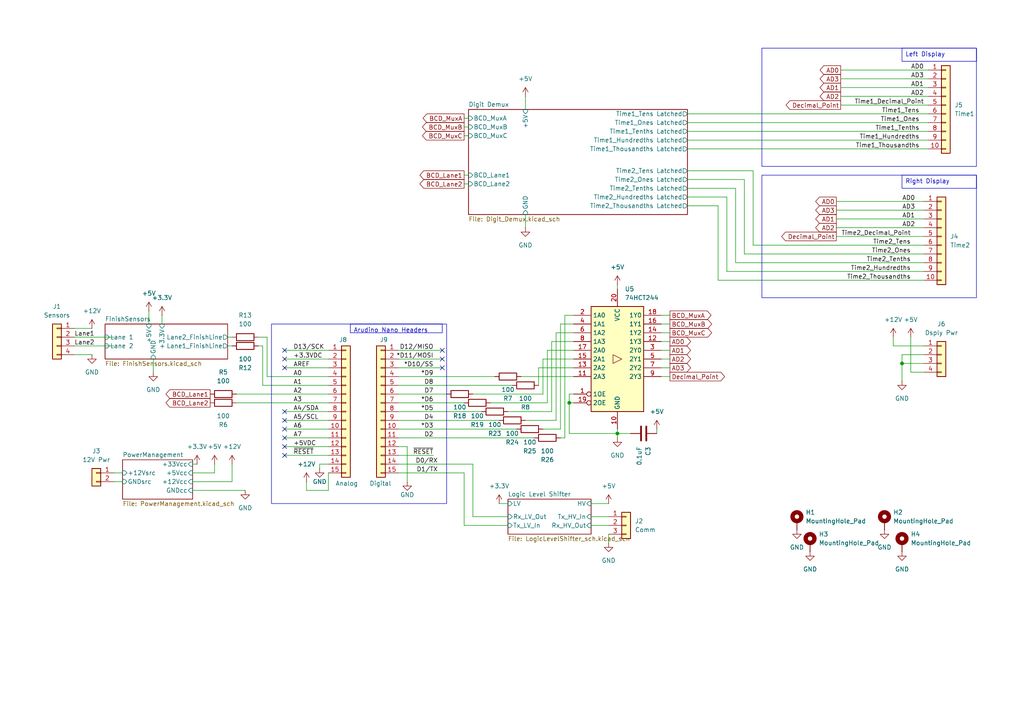
<source format=kicad_sch>
(kicad_sch (version 20250114) (generator "eeschema") (generator_version "9.0")
  (paper "A4")
  (lib_symbols
    (symbol "74xx:74HCT244"
      (property "Reference" "U" (at -7.62 16.51 0))
      (property "Value" "74HCT244" (at -7.62 -16.51 0))
      (symbol "74HCT244_1_0"
        (polyline (pts (xy 1.27 0) (xy -1.27 1.27) (xy -1.27 -1.27) (xy 1.27 0)) (stroke (width 0.1524)))
        (pin input line (at -12.7 12.7 0) (length 5.08) (name "1A0") (number "2"))
        (pin input line (at -12.7 10.16 0) (length 5.08) (name "1A1") (number "4"))
        (pin input line (at -12.7 7.62 0) (length 5.08) (name "1A2") (number "6"))
        (pin input line (at -12.7 5.08 0) (length 5.08) (name "1A3") (number "8"))
        (pin input line (at -12.7 2.54 0) (length 5.08) (name "2A0") (number "17"))
        (pin input line (at -12.7 0 0) (length 5.08) (name "2A1") (number "15"))
        (pin input line (at -12.7 -2.54 0) (length 5.08) (name "2A2") (number "13"))
        (pin input line (at -12.7 -5.08 0) (length 5.08) (name "2A3") (number "11"))
        (pin input inverted (at -12.7 -10.16 0) (length 5.08) (name "1OE") (number "1"))
        (pin input inverted (at -12.7 -12.7 0) (length 5.08) (name "2OE") (number "19"))
        (pin power_in line (at 0 20.32 270) (length 5.08) (name "VCC") (number "20"))
        (pin power_in line (at 0 -20.32 90) (length 5.08) (name "GND") (number "10"))
        (pin tri_state line (at 12.7 12.7 180) (length 5.08) (name "1Y0") (number "18"))
        (pin tri_state line (at 12.7 10.16 180) (length 5.08) (name "1Y1") (number "16"))
        (pin tri_state line (at 12.7 7.62 180) (length 5.08) (name "1Y2") (number "14"))
        (pin tri_state line (at 12.7 5.08 180) (length 5.08) (name "1Y3") (number "12"))
        (pin tri_state line (at 12.7 2.54 180) (length 5.08) (name "2Y0") (number "3"))
        (pin tri_state line (at 12.7 0 180) (length 5.08) (name "2Y1") (number "5"))
        (pin tri_state line (at 12.7 -2.54 180) (length 5.08) (name "2Y2") (number "7"))
        (pin tri_state line (at 12.7 -5.08 180) (length 5.08) (name "2Y3") (number "9"))
      )
      (symbol "74HCT244_1_1"
        (rectangle (start -7.62 15.24) (end 7.62 -15.24) (stroke (width 0.254)) (fill (type background)))
      )
    )
    (symbol "Connector_Generic:Conn_01x02" (pin_names (offset 1.016) (hide yes))
      (property "Reference" "J" (at 0 2.54 0))
      (property "Value" "Conn_01x02" (at 0 -5.08 0))
      (symbol "Conn_01x02_1_1"
        (rectangle (start -1.27 1.27) (end 1.27 -3.81) (stroke (width 0.254)) (fill (type background)))
        (rectangle (start -1.27 0.127) (end 0 -0.127) (stroke (width 0.1524)))
        (rectangle (start -1.27 -2.413) (end 0 -2.667) (stroke (width 0.1524)))
        (pin passive line (at -5.08 0 0) (length 3.81) (name "Pin_1") (number "1"))
        (pin passive line (at -5.08 -2.54 0) (length 3.81) (name "Pin_2") (number "2"))
      )
    )
    (symbol "Connector_Generic:Conn_01x03" (pin_names (offset 1.016) (hide yes))
      (property "Reference" "J" (at 0 5.08 0))
      (property "Value" "Conn_01x03" (at 0 -5.08 0))
      (symbol "Conn_01x03_1_1"
        (rectangle (start -1.27 3.81) (end 1.27 -3.81) (stroke (width 0.254)) (fill (type background)))
        (rectangle (start -1.27 2.667) (end 0 2.413) (stroke (width 0.1524)))
        (rectangle (start -1.27 0.127) (end 0 -0.127) (stroke (width 0.1524)))
        (rectangle (start -1.27 -2.413) (end 0 -2.667) (stroke (width 0.1524)))
        (pin passive line (at -5.08 2.54 0) (length 3.81) (name "Pin_1") (number "1"))
        (pin passive line (at -5.08 0 0) (length 3.81) (name "Pin_2") (number "2"))
        (pin passive line (at -5.08 -2.54 0) (length 3.81) (name "Pin_3") (number "3"))
      )
    )
    (symbol "Connector_Generic:Conn_01x04" (pin_names (offset 1.016) (hide yes))
      (property "Reference" "J" (at 0 5.08 0))
      (property "Value" "Conn_01x04" (at 0 -7.62 0))
      (symbol "Conn_01x04_1_1"
        (rectangle (start -1.27 3.81) (end 1.27 -6.35) (stroke (width 0.254)) (fill (type background)))
        (rectangle (start -1.27 2.667) (end 0 2.413) (stroke (width 0.1524)))
        (rectangle (start -1.27 0.127) (end 0 -0.127) (stroke (width 0.1524)))
        (rectangle (start -1.27 -2.413) (end 0 -2.667) (stroke (width 0.1524)))
        (rectangle (start -1.27 -4.953) (end 0 -5.207) (stroke (width 0.1524)))
        (pin passive line (at -5.08 2.54 0) (length 3.81) (name "Pin_1") (number "1"))
        (pin passive line (at -5.08 0 0) (length 3.81) (name "Pin_2") (number "2"))
        (pin passive line (at -5.08 -2.54 0) (length 3.81) (name "Pin_3") (number "3"))
        (pin passive line (at -5.08 -5.08 0) (length 3.81) (name "Pin_4") (number "4"))
      )
    )
    (symbol "Connector_Generic:Conn_01x10" (pin_names (offset 1.016) (hide yes))
      (property "Reference" "J" (at 0 12.7 0))
      (property "Value" "Conn_01x10" (at 0 -15.24 0))
      (symbol "Conn_01x10_1_1"
        (rectangle (start -1.27 11.43) (end 1.27 -13.97) (stroke (width 0.254)) (fill (type background)))
        (rectangle (start -1.27 10.287) (end 0 10.033) (stroke (width 0.1524)))
        (rectangle (start -1.27 7.747) (end 0 7.493) (stroke (width 0.1524)))
        (rectangle (start -1.27 5.207) (end 0 4.953) (stroke (width 0.1524)))
        (rectangle (start -1.27 2.667) (end 0 2.413) (stroke (width 0.1524)))
        (rectangle (start -1.27 0.127) (end 0 -0.127) (stroke (width 0.1524)))
        (rectangle (start -1.27 -2.413) (end 0 -2.667) (stroke (width 0.1524)))
        (rectangle (start -1.27 -4.953) (end 0 -5.207) (stroke (width 0.1524)))
        (rectangle (start -1.27 -7.493) (end 0 -7.747) (stroke (width 0.1524)))
        (rectangle (start -1.27 -10.033) (end 0 -10.287) (stroke (width 0.1524)))
        (rectangle (start -1.27 -12.573) (end 0 -12.827) (stroke (width 0.1524)))
        (pin passive line (at -5.08 10.16 0) (length 3.81) (name "Pin_1") (number "1"))
        (pin passive line (at -5.08 7.62 0) (length 3.81) (name "Pin_2") (number "2"))
        (pin passive line (at -5.08 5.08 0) (length 3.81) (name "Pin_3") (number "3"))
        (pin passive line (at -5.08 2.54 0) (length 3.81) (name "Pin_4") (number "4"))
        (pin passive line (at -5.08 0 0) (length 3.81) (name "Pin_5") (number "5"))
        (pin passive line (at -5.08 -2.54 0) (length 3.81) (name "Pin_6") (number "6"))
        (pin passive line (at -5.08 -5.08 0) (length 3.81) (name "Pin_7") (number "7"))
        (pin passive line (at -5.08 -7.62 0) (length 3.81) (name "Pin_8") (number "8"))
        (pin passive line (at -5.08 -10.16 0) (length 3.81) (name "Pin_9") (number "9"))
        (pin passive line (at -5.08 -12.7 0) (length 3.81) (name "Pin_10") (number "10"))
      )
    )
    (symbol "Connector_Generic:Conn_01x15" (pin_names (offset 1.016) (hide yes))
      (property "Reference" "J" (at 0 20.32 0))
      (property "Value" "Conn_01x15" (at 0 -20.32 0))
      (symbol "Conn_01x15_1_1"
        (rectangle (start -1.27 19.05) (end 1.27 -19.05) (stroke (width 0.254)) (fill (type background)))
        (rectangle (start -1.27 17.907) (end 0 17.653) (stroke (width 0.1524)))
        (rectangle (start -1.27 15.367) (end 0 15.113) (stroke (width 0.1524)))
        (rectangle (start -1.27 12.827) (end 0 12.573) (stroke (width 0.1524)))
        (rectangle (start -1.27 10.287) (end 0 10.033) (stroke (width 0.1524)))
        (rectangle (start -1.27 7.747) (end 0 7.493) (stroke (width 0.1524)))
        (rectangle (start -1.27 5.207) (end 0 4.953) (stroke (width 0.1524)))
        (rectangle (start -1.27 2.667) (end 0 2.413) (stroke (width 0.1524)))
        (rectangle (start -1.27 0.127) (end 0 -0.127) (stroke (width 0.1524)))
        (rectangle (start -1.27 -2.413) (end 0 -2.667) (stroke (width 0.1524)))
        (rectangle (start -1.27 -4.953) (end 0 -5.207) (stroke (width 0.1524)))
        (rectangle (start -1.27 -7.493) (end 0 -7.747) (stroke (width 0.1524)))
        (rectangle (start -1.27 -10.033) (end 0 -10.287) (stroke (width 0.1524)))
        (rectangle (start -1.27 -12.573) (end 0 -12.827) (stroke (width 0.1524)))
        (rectangle (start -1.27 -15.113) (end 0 -15.367) (stroke (width 0.1524)))
        (rectangle (start -1.27 -17.653) (end 0 -17.907) (stroke (width 0.1524)))
        (pin passive line (at -5.08 17.78 0) (length 3.81) (name "Pin_1") (number "1"))
        (pin passive line (at -5.08 15.24 0) (length 3.81) (name "Pin_2") (number "2"))
        (pin passive line (at -5.08 12.7 0) (length 3.81) (name "Pin_3") (number "3"))
        (pin passive line (at -5.08 10.16 0) (length 3.81) (name "Pin_4") (number "4"))
        (pin passive line (at -5.08 7.62 0) (length 3.81) (name "Pin_5") (number "5"))
        (pin passive line (at -5.08 5.08 0) (length 3.81) (name "Pin_6") (number "6"))
        (pin passive line (at -5.08 2.54 0) (length 3.81) (name "Pin_7") (number "7"))
        (pin passive line (at -5.08 0 0) (length 3.81) (name "Pin_8") (number "8"))
        (pin passive line (at -5.08 -2.54 0) (length 3.81) (name "Pin_9") (number "9"))
        (pin passive line (at -5.08 -5.08 0) (length 3.81) (name "Pin_10") (number "10"))
        (pin passive line (at -5.08 -7.62 0) (length 3.81) (name "Pin_11") (number "11"))
        (pin passive line (at -5.08 -10.16 0) (length 3.81) (name "Pin_12") (number "12"))
        (pin passive line (at -5.08 -12.7 0) (length 3.81) (name "Pin_13") (number "13"))
        (pin passive line (at -5.08 -15.24 0) (length 3.81) (name "Pin_14") (number "14"))
        (pin passive line (at -5.08 -17.78 0) (length 3.81) (name "Pin_15") (number "15"))
      )
    )
    (symbol "Device:C" (pin_numbers (hide yes)) (pin_names (offset 0.254))
      (property "Reference" "C" (at 0.635 2.54 0))
      (property "Value" "C" (at 0.635 -2.54 0))
      (symbol "C_0_1"
        (polyline (pts (xy -2.032 0.762) (xy 2.032 0.762)) (stroke (width 0.508)))
        (polyline (pts (xy -2.032 -0.762) (xy 2.032 -0.762)) (stroke (width 0.508)))
      )
      (symbol "C_1_1"
        (pin passive line (at 0 3.81 270) (length 2.794) (name "~") (number "1"))
        (pin passive line (at 0 -3.81 90) (length 2.794) (name "~") (number "2"))
      )
    )
    (symbol "Device:R" (pin_numbers (hide yes)) (pin_names (offset 0))
      (property "Reference" "R" (at 2.032 0 90))
      (property "Value" "R" (at 0 0 90))
      (symbol "R_0_1"
        (rectangle (start -1.016 -2.54) (end 1.016 2.54) (stroke (width 0.254)))
      )
      (symbol "R_1_1"
        (pin passive line (at 0 3.81 270) (length 1.27) (name "~") (number "1"))
        (pin passive line (at 0 -3.81 90) (length 1.27) (name "~") (number "2"))
      )
    )
    (symbol "Mechanical:MountingHole_Pad" (pin_numbers (hide yes)) (pin_names (offset 1.016) (hide yes)) (exclude_from_sim yes) (in_bom no)
      (property "Reference" "H" (at 0 6.35 0))
      (property "Value" "MountingHole_Pad" (at 0 4.445 0))
      (symbol "MountingHole_Pad_0_1"
        (circle (center 0 1.27) (radius 1.27) (stroke (width 1.27)))
      )
      (symbol "MountingHole_Pad_1_1"
        (pin input line (at 0 -2.54 90) (length 2.54) (name "1") (number "1"))
      )
    )
    (symbol "power:+12V" (power) (pin_numbers (hide yes)) (pin_names (offset 0) (hide yes))
      (property "Value" "+12V" (at 0 3.556 0))
      (symbol "+12V_0_1"
        (polyline (pts (xy -0.762 1.27) (xy 0 2.54)))
        (polyline (pts (xy 0 2.54) (xy 0.762 1.27)))
        (polyline (pts (xy 0 0) (xy 0 2.54)))
      )
      (symbol "+12V_1_1"
        (pin power_in line (at 0 0 90) (length 0) (name "~") (number "1"))
      )
    )
    (symbol "power:+3.3V" (power) (pin_numbers (hide yes)) (pin_names (offset 0) (hide yes))
      (property "Value" "+3.3V" (at 0 3.556 0))
      (symbol "+3.3V_0_1"
        (polyline (pts (xy -0.762 1.27) (xy 0 2.54)))
        (polyline (pts (xy 0 2.54) (xy 0.762 1.27)))
        (polyline (pts (xy 0 0) (xy 0 2.54)))
      )
      (symbol "+3.3V_1_1"
        (pin power_in line (at 0 0 90) (length 0) (name "~") (number "1"))
      )
    )
    (symbol "power:+5V" (power) (pin_numbers (hide yes)) (pin_names (offset 0) (hide yes))
      (property "Value" "+5V" (at 0 3.556 0))
      (symbol "+5V_0_1"
        (polyline (pts (xy -0.762 1.27) (xy 0 2.54)))
        (polyline (pts (xy 0 2.54) (xy 0.762 1.27)))
        (polyline (pts (xy 0 0) (xy 0 2.54)))
      )
      (symbol "+5V_1_1"
        (pin power_in line (at 0 0 90) (length 0) (name "~") (number "1"))
      )
    )
    (symbol "power:+6V" (power) (pin_numbers (hide yes)) (pin_names (offset 0) (hide yes))
      (property "Value" "+6V" (at 0 3.556 0))
      (symbol "+6V_0_1"
        (polyline (pts (xy -0.762 1.27) (xy 0 2.54)))
        (polyline (pts (xy 0 2.54) (xy 0.762 1.27)))
        (polyline (pts (xy 0 0) (xy 0 2.54)))
      )
      (symbol "+6V_1_1"
        (pin power_in line (at 0 0 90) (length 0) (name "~") (number "1"))
      )
    )
    (symbol "power:GND" (power) (pin_numbers (hide yes)) (pin_names (offset 0) (hide yes))
      (property "Value" "GND" (at 0 -3.81 0))
      (symbol "GND_0_1"
        (polyline (pts (xy 0 0) (xy 0 -1.27) (xy 1.27 -1.27) (xy 0 -2.54) (xy -1.27 -1.27) (xy 0 -1.27)))
      )
      (symbol "GND_1_1"
        (pin power_in line (at 0 0 270) (length 0) (name "~") (number "1"))
      )
    )
  )
  (rectangle (start 220.98 13.97) (end 283.21 48.26))
  (rectangle (start 78.74 93.98) (end 129.54 146.05))
  (rectangle (start 220.98 50.8) (end 283.21 86.36))
  (text_box "Arudino Nano Headers\n" (at 101.6 93.98 0) (size 26.67 2.54) (margins 0.9525 0.9525 0.9525 0.9525) (effects (font (size 1.27 1.27)) (justify left top)))
  (text_box "Right Display" (at 261.62 50.8 0) (size 21.59 3.81) (margins 0.9525 0.9525 0.9525 0.9525) (effects (font (size 1.27 1.27)) (justify left top)))
  (text_box "Left Display" (at 261.62 13.97 0) (size 21.59 3.81) (margins 0.9525 0.9525 0.9525 0.9525) (effects (font (size 1.27 1.27)) (justify left top)))
  (junction (at 261.62 105.41))
  (junction (at 179.07 125.73))
  (junction (at 165.1 116.84))
  (no_connect (at 82.55 129.54))
  (no_connect (at 82.55 119.38))
  (no_connect (at 128.27 101.6))
  (no_connect (at 82.55 104.14))
  (no_connect (at 128.27 104.14))
  (no_connect (at 82.55 127))
  (no_connect (at 82.55 132.08))
  (no_connect (at 128.27 106.68))
  (no_connect (at 82.55 124.46))
  (no_connect (at 82.55 106.68))
  (no_connect (at 82.55 121.92))
  (no_connect (at 82.55 101.6))
  (wire (pts (xy 152.4 62.23) (xy 152.4 66.04)))
  (wire (pts (xy 179.07 82.55) (xy 179.07 83.82)))
  (wire (pts (xy 82.55 127) (xy 95.25 127)))
  (wire (pts (xy 194.31 101.6) (xy 191.77 101.6)))
  (wire (pts (xy 261.62 102.87) (xy 261.62 105.41)))
  (wire (pts (xy 134.62 39.37) (xy 135.89 39.37)))
  (wire (pts (xy 76.2 100.33) (xy 76.2 111.76)))
  (wire (pts (xy 115.57 101.6) (xy 128.27 101.6)))
  (wire (pts (xy 74.93 97.79) (xy 77.47 97.79)))
  (wire (pts (xy 151.13 109.22) (xy 166.37 109.22)))
  (wire (pts (xy 160.02 119.38) (xy 160.02 99.06)))
  (wire (pts (xy 77.47 97.79) (xy 77.47 109.22)))
  (wire (pts (xy 261.62 105.41) (xy 267.97 105.41)))
  (wire (pts (xy 242.57 63.5) (xy 267.97 63.5)))
  (wire (pts (xy 82.55 106.68) (xy 95.25 106.68)))
  (wire (pts (xy 199.39 49.53) (xy 218.44 49.53)))
  (wire (pts (xy 115.57 132.08) (xy 125.73 132.08)))
  (wire (pts (xy 161.29 96.52) (xy 166.37 96.52)))
  (wire (pts (xy 46.99 91.44) (xy 46.99 93.98)))
  (wire (pts (xy 267.97 102.87) (xy 261.62 102.87)))
  (wire (pts (xy 199.39 57.15) (xy 210.82 57.15)))
  (wire (pts (xy 160.02 119.38) (xy 147.32 119.38)))
  (wire (pts (xy 171.45 146.05) (xy 176.53 146.05)))
  (wire (pts (xy 165.1 114.3) (xy 166.37 114.3)))
  (wire (pts (xy 208.28 81.28) (xy 267.97 81.28)))
  (wire (pts (xy 162.56 93.98) (xy 166.37 93.98)))
  (wire (pts (xy 242.57 66.04) (xy 267.97 66.04)))
  (wire (pts (xy 194.31 96.52) (xy 191.77 96.52)))
  (wire (pts (xy 21.59 100.33) (xy 33.02 100.33)))
  (wire (pts (xy 95.25 142.24) (xy 88.9 142.24)))
  (wire (pts (xy 156.21 106.68) (xy 166.37 106.68)))
  (wire (pts (xy 154.94 127) (xy 115.57 127)))
  (wire (pts (xy 179.07 124.46) (xy 179.07 125.73)))
  (wire (pts (xy 26.67 102.87) (xy 21.59 102.87)))
  (wire (pts (xy 82.55 124.46) (xy 95.25 124.46)))
  (wire (pts (xy 259.08 100.33) (xy 259.08 97.79)))
  (wire (pts (xy 92.71 134.62) (xy 92.71 135.89)))
  (wire (pts (xy 161.29 121.92) (xy 161.29 96.52)))
  (wire (pts (xy 142.24 116.84) (xy 158.75 116.84)))
  (wire (pts (xy 77.47 109.22) (xy 95.25 109.22)))
  (wire (pts (xy 88.9 139.7) (xy 88.9 142.24)))
  (wire (pts (xy 218.44 71.12) (xy 267.97 71.12)))
  (wire (pts (xy 161.29 121.92) (xy 152.4 121.92)))
  (wire (pts (xy 165.1 116.84) (xy 166.37 116.84)))
  (wire (pts (xy 129.54 114.3) (xy 115.57 114.3)))
  (wire (pts (xy 210.82 57.15) (xy 210.82 78.74)))
  (wire (pts (xy 115.57 109.22) (xy 143.51 109.22)))
  (wire (pts (xy 62.23 137.16) (xy 55.88 137.16)))
  (wire (pts (xy 21.59 97.79) (xy 33.02 97.79)))
  (wire (pts (xy 134.62 137.16) (xy 115.57 137.16)))
  (wire (pts (xy 163.83 127) (xy 162.56 127)))
  (wire (pts (xy 115.57 116.84) (xy 134.62 116.84)))
  (wire (pts (xy 243.84 30.48) (xy 269.24 30.48)))
  (wire (pts (xy 33.02 137.16) (xy 35.56 137.16)))
  (wire (pts (xy 242.57 68.58) (xy 267.97 68.58)))
  (wire (pts (xy 179.07 125.73) (xy 182.88 125.73)))
  (wire (pts (xy 152.4 27.94) (xy 152.4 31.75)))
  (wire (pts (xy 267.97 100.33) (xy 259.08 100.33)))
  (wire (pts (xy 171.45 152.4) (xy 176.53 152.4)))
  (wire (pts (xy 67.31 134.62) (xy 67.31 139.7)))
  (wire (pts (xy 157.48 114.3) (xy 137.16 114.3)))
  (wire (pts (xy 194.31 109.22) (xy 191.77 109.22)))
  (wire (pts (xy 118.11 129.54) (xy 118.11 139.7)))
  (wire (pts (xy 95.25 142.24) (xy 95.25 137.16)))
  (wire (pts (xy 26.67 95.25) (xy 21.59 95.25)))
  (wire (pts (xy 134.62 34.29) (xy 135.89 34.29)))
  (wire (pts (xy 199.39 54.61) (xy 213.36 54.61)))
  (wire (pts (xy 66.04 100.33) (xy 67.31 100.33)))
  (wire (pts (xy 68.58 116.84) (xy 95.25 116.84)))
  (wire (pts (xy 243.84 25.4) (xy 269.24 25.4)))
  (wire (pts (xy 194.31 106.68) (xy 191.77 106.68)))
  (wire (pts (xy 43.18 90.17) (xy 43.18 93.98)))
  (wire (pts (xy 162.56 124.46) (xy 157.48 124.46)))
  (wire (pts (xy 82.55 132.08) (xy 95.25 132.08)))
  (wire (pts (xy 215.9 73.66) (xy 267.97 73.66)))
  (wire (pts (xy 213.36 54.61) (xy 213.36 76.2)))
  (wire (pts (xy 199.39 40.64) (xy 269.24 40.64)))
  (wire (pts (xy 44.45 104.14) (xy 44.45 107.95)))
  (wire (pts (xy 134.62 53.34) (xy 135.89 53.34)))
  (wire (pts (xy 82.55 129.54) (xy 95.25 129.54)))
  (wire (pts (xy 134.62 36.83) (xy 135.89 36.83)))
  (wire (pts (xy 243.84 20.32) (xy 269.24 20.32)))
  (wire (pts (xy 157.48 104.14) (xy 166.37 104.14)))
  (wire (pts (xy 163.83 91.44) (xy 163.83 127)))
  (wire (pts (xy 115.57 129.54) (xy 118.11 129.54)))
  (wire (pts (xy 165.1 116.84) (xy 165.1 125.73)))
  (wire (pts (xy 199.39 33.02) (xy 269.24 33.02)))
  (wire (pts (xy 74.93 100.33) (xy 76.2 100.33)))
  (wire (pts (xy 55.88 139.7) (xy 67.31 139.7)))
  (wire (pts (xy 264.16 97.79) (xy 264.16 107.95)))
  (wire (pts (xy 165.1 125.73) (xy 179.07 125.73)))
  (wire (pts (xy 194.31 91.44) (xy 191.77 91.44)))
  (wire (pts (xy 162.56 93.98) (xy 162.56 124.46)))
  (wire (pts (xy 261.62 105.41) (xy 261.62 110.49)))
  (wire (pts (xy 242.57 60.96) (xy 267.97 60.96)))
  (wire (pts (xy 115.57 111.76) (xy 148.59 111.76)))
  (wire (pts (xy 82.55 119.38) (xy 95.25 119.38)))
  (wire (pts (xy 66.04 97.79) (xy 67.31 97.79)))
  (wire (pts (xy 134.62 50.8) (xy 135.89 50.8)))
  (wire (pts (xy 199.39 38.1) (xy 269.24 38.1)))
  (wire (pts (xy 139.7 119.38) (xy 115.57 119.38)))
  (wire (pts (xy 68.58 114.3) (xy 95.25 114.3)))
  (wire (pts (xy 115.57 104.14) (xy 128.27 104.14)))
  (wire (pts (xy 82.55 121.92) (xy 95.25 121.92)))
  (wire (pts (xy 149.86 124.46) (xy 115.57 124.46)))
  (wire (pts (xy 194.31 104.14) (xy 191.77 104.14)))
  (wire (pts (xy 55.88 134.62) (xy 57.15 134.62)))
  (wire (pts (xy 165.1 114.3) (xy 165.1 116.84)))
  (wire (pts (xy 82.55 104.14) (xy 95.25 104.14)))
  (wire (pts (xy 218.44 49.53) (xy 218.44 71.12)))
  (wire (pts (xy 158.75 116.84) (xy 158.75 101.6)))
  (wire (pts (xy 208.28 59.69) (xy 208.28 81.28)))
  (wire (pts (xy 115.57 106.68) (xy 128.27 106.68)))
  (wire (pts (xy 190.5 125.73) (xy 190.5 124.46)))
  (wire (pts (xy 242.57 58.42) (xy 267.97 58.42)))
  (wire (pts (xy 163.83 91.44) (xy 166.37 91.44)))
  (wire (pts (xy 158.75 101.6) (xy 166.37 101.6)))
  (wire (pts (xy 55.88 142.24) (xy 71.12 142.24)))
  (wire (pts (xy 171.45 149.86) (xy 176.53 149.86)))
  (wire (pts (xy 243.84 22.86) (xy 269.24 22.86)))
  (wire (pts (xy 243.84 27.94) (xy 269.24 27.94)))
  (wire (pts (xy 137.16 149.86) (xy 147.32 149.86)))
  (wire (pts (xy 144.78 146.05) (xy 147.32 146.05)))
  (wire (pts (xy 134.62 152.4) (xy 134.62 137.16)))
  (wire (pts (xy 199.39 35.56) (xy 269.24 35.56)))
  (wire (pts (xy 137.16 134.62) (xy 115.57 134.62)))
  (wire (pts (xy 194.31 93.98) (xy 191.77 93.98)))
  (wire (pts (xy 62.23 134.62) (xy 62.23 137.16)))
  (wire (pts (xy 76.2 111.76) (xy 95.25 111.76)))
  (wire (pts (xy 33.02 139.7) (xy 35.56 139.7)))
  (wire (pts (xy 199.39 59.69) (xy 208.28 59.69)))
  (wire (pts (xy 213.36 76.2) (xy 267.97 76.2)))
  (wire (pts (xy 134.62 152.4) (xy 147.32 152.4)))
  (wire (pts (xy 215.9 52.07) (xy 215.9 73.66)))
  (wire (pts (xy 264.16 107.95) (xy 267.97 107.95)))
  (wire (pts (xy 156.21 111.76) (xy 156.21 106.68)))
  (wire (pts (xy 176.53 154.94) (xy 176.53 157.48)))
  (wire (pts (xy 144.78 121.92) (xy 115.57 121.92)))
  (wire (pts (xy 210.82 78.74) (xy 267.97 78.74)))
  (wire (pts (xy 95.25 134.62) (xy 92.71 134.62)))
  (wire (pts (xy 82.55 101.6) (xy 95.25 101.6)))
  (wire (pts (xy 137.16 149.86) (xy 137.16 134.62)))
  (wire (pts (xy 199.39 52.07) (xy 215.9 52.07)))
  (wire (pts (xy 179.07 125.73) (xy 179.07 127)))
  (wire (pts (xy 199.39 43.18) (xy 269.24 43.18)))
  (wire (pts (xy 157.48 104.14) (xy 157.48 114.3)))
  (wire (pts (xy 160.02 99.06) (xy 166.37 99.06)))
  (wire (pts (xy 194.31 99.06) (xy 191.77 99.06)))
  (label "Lane2" (at 21.59 100.33 0))
  (label "+3.3VDC" (at 85.09 104.14 0))
  (label "Time1_Tenths" (at 266.7 38.1 180))
  (label "Lane1" (at 21.59 97.79 0))
  (label "D4" (at 125.73 121.92 180))
  (label "Time1_Ones" (at 266.7 35.56 180))
  (label "AD0" (at 267.97 20.32 180))
  (label "Time2_Ones" (at 264.16 73.66 180))
  (label "A1" (at 85.09 111.76 0))
  (label "*D5" (at 125.73 119.38 180))
  (label "Time1_Decimal_Point" (at 267.97 30.48 180))
  (label "Time2_Tenths" (at 264.16 76.2 180))
  (label "+5VDC" (at 85.09 129.54 0))
  (label "~{RESET}" (at 85.09 132.08 0))
  (label "D8" (at 125.73 111.76 180))
  (label "Time2_Hundredths" (at 264.16 78.74 180))
  (label "A0" (at 85.09 109.22 0))
  (label "Time2_Tens" (at 264.16 71.12 180))
  (label "A4{slash}SDA" (at 85.09 119.38 0))
  (label "AD2" (at 265.43 66.04 180))
  (label "AD1" (at 267.97 25.4 180))
  (label "D2" (at 125.73 127 180))
  (label "D7" (at 125.73 114.3 180))
  (label "D12{slash}MISO" (at 125.73 101.6 180))
  (label "A2" (at 85.09 114.3 0))
  (label "Time2_Decimal_Point" (at 264.16 68.58 180))
  (label "~{RESET}" (at 125.73 132.08 180))
  (label "D1{slash}TX" (at 127 137.16 180))
  (label "AD1" (at 265.43 63.5 180))
  (label "A6" (at 85.09 124.46 0))
  (label "Time1_Thousandths" (at 266.7 43.18 180))
  (label "*D10{slash}SS" (at 125.73 106.68 180))
  (label "AREF" (at 85.09 106.68 0))
  (label "D13{slash}SCK" (at 85.09 101.6 0))
  (label "*D9" (at 125.73 109.22 180))
  (label "A3" (at 85.09 116.84 0))
  (label "AD0" (at 265.43 58.42 180))
  (label "*D3" (at 125.73 124.46 180))
  (label "Time1_Tens" (at 266.7 33.02 180))
  (label "Time2_Thousandths" (at 264.16 81.28 180))
  (label "AD2" (at 267.97 27.94 180))
  (label "D0{slash}RX" (at 127 134.62 180))
  (label "AD3" (at 265.43 60.96 180))
  (label "A7" (at 85.09 127 0))
  (label "A5{slash}SCL" (at 85.09 121.92 0))
  (label "*D11{slash}MOSI" (at 125.73 104.14 180))
  (label "*D6" (at 125.73 116.84 180))
  (label "Time1_Hundredths" (at 266.7 40.64 180))
  (label "AD3" (at 267.97 22.86 180))
  (global_label "Decimal_Point" (shape output) (at 194.31 109.22 0) (property "Intersheetrefs" "${INTERSHEET_REFS}" (effects (hide yes))))
  (global_label "AD3" (shape output) (at 242.57 60.96 180) (property "Intersheetrefs" "${INTERSHEET_REFS}" (effects (hide yes))))
  (global_label "BCD_MuxC" (shape output) (at 194.31 96.52 0) (property "Intersheetrefs" "${INTERSHEET_REFS}" (effects (hide yes))))
  (global_label "AD3" (shape output) (at 243.84 22.86 180) (property "Intersheetrefs" "${INTERSHEET_REFS}" (effects (hide yes))))
  (global_label "AD0" (shape output) (at 243.84 20.32 180) (property "Intersheetrefs" "${INTERSHEET_REFS}" (effects (hide yes))))
  (global_label "AD1" (shape output) (at 194.31 101.6 0) (property "Intersheetrefs" "${INTERSHEET_REFS}" (effects (hide yes))))
  (global_label "AD2" (shape output) (at 242.57 66.04 180) (property "Intersheetrefs" "${INTERSHEET_REFS}" (effects (hide yes))))
  (global_label "BCD_MuxA" (shape output) (at 134.62 34.29 180) (property "Intersheetrefs" "${INTERSHEET_REFS}" (effects (hide yes))))
  (global_label "BCD_MuxB" (shape output) (at 134.62 36.83 180) (property "Intersheetrefs" "${INTERSHEET_REFS}" (effects (hide yes))))
  (global_label "BCD_Lane1" (shape output) (at 60.96 114.3 180) (property "Intersheetrefs" "${INTERSHEET_REFS}" (effects (hide yes))))
  (global_label "AD0" (shape output) (at 194.31 99.06 0) (property "Intersheetrefs" "${INTERSHEET_REFS}" (effects (hide yes))))
  (global_label "BCD_Lane1" (shape output) (at 134.62 50.8 180) (property "Intersheetrefs" "${INTERSHEET_REFS}" (effects (hide yes))))
  (global_label "AD2" (shape output) (at 194.31 104.14 0) (property "Intersheetrefs" "${INTERSHEET_REFS}" (effects (hide yes))))
  (global_label "AD2" (shape output) (at 243.84 27.94 180) (property "Intersheetrefs" "${INTERSHEET_REFS}" (effects (hide yes))))
  (global_label "AD1" (shape output) (at 243.84 25.4 180) (property "Intersheetrefs" "${INTERSHEET_REFS}" (effects (hide yes))))
  (global_label "BCD_Lane2" (shape output) (at 60.96 116.84 180) (property "Intersheetrefs" "${INTERSHEET_REFS}" (effects (hide yes))))
  (global_label "BCD_MuxC" (shape output) (at 134.62 39.37 180) (property "Intersheetrefs" "${INTERSHEET_REFS}" (effects (hide yes))))
  (global_label "AD3" (shape output) (at 194.31 106.68 0) (property "Intersheetrefs" "${INTERSHEET_REFS}" (effects (hide yes))))
  (global_label "BCD_MuxA" (shape output) (at 194.31 91.44 0) (property "Intersheetrefs" "${INTERSHEET_REFS}" (effects (hide yes))))
  (global_label "BCD_Lane2" (shape output) (at 134.62 53.34 180) (property "Intersheetrefs" "${INTERSHEET_REFS}" (effects (hide yes))))
  (global_label "Decimal_Point" (shape output) (at 242.57 68.58 180) (property "Intersheetrefs" "${INTERSHEET_REFS}" (effects (hide yes))))
  (global_label "Decimal_Point" (shape output) (at 243.84 30.48 180) (property "Intersheetrefs" "${INTERSHEET_REFS}" (effects (hide yes))))
  (global_label "AD1" (shape output) (at 242.57 63.5 180) (property "Intersheetrefs" "${INTERSHEET_REFS}" (effects (hide yes))))
  (global_label "AD0" (shape output) (at 242.57 58.42 180) (property "Intersheetrefs" "${INTERSHEET_REFS}" (effects (hide yes))))
  (global_label "BCD_MuxB" (shape output) (at 194.31 93.98 0) (property "Intersheetrefs" "${INTERSHEET_REFS}" (effects (hide yes))))
  (symbol (lib_id "Device:R") (at 64.77 114.3 270) (unit 1)
    (property "Reference" "R5" (at 64.77 107.95 90))
    (property "Value" "100" (at 64.77 110.49 90))
    (property "Footprint" "Resistor_SMD:R_0805_2012Metric" (effects (hide yes)))
    (property "Description" "Resistor" (effects (hide yes)))
  )
  (symbol (lib_id "Device:C") (at 186.69 125.73 270) (unit 1)
    (property "Reference" "C3" (at 187.9601 129.54 0) (effects (justify left)))
    (property "Value" "0.1uF" (at 185.4201 129.54 0) (effects (justify left)))
    (property "Footprint" "Capacitor_SMD:C_0805_2012Metric" (effects (hide yes)))
    (property "Description" "Unpolarized capacitor" (effects (hide yes)))
  )
  (symbol (lib_id "Connector_Generic:Conn_01x15") (at 100.33 119.38 0) (unit 1)
    (property "Reference" "J8" (at 98.298 98.552 0) (effects (justify left)))
    (property "Value" "Analog" (at 97.282 140.208 0) (effects (justify left)))
    (property "Footprint" "Connector_PinSocket_2.54mm:PinSocket_1x15_P2.54mm_Vertical" (effects (hide yes)))
    (property "Description" "Generic connector, single row, 01x15, script generated (kicad-library-utils/schlib/autogen/connector/)" (effects (hide yes)))
  )
  (symbol (lib_id "power:+3.3V") (at 144.78 146.05 0) (unit 1)
    (property "Reference" "#PWR0137" (effects (hide yes)))
    (property "Value" "+3.3V" (at 144.78 140.97 0))
    (property "Description" "Power symbol creates a global label with name \"+3.3V\"" (effects (hide yes)))
  )
  (symbol (lib_id "Mechanical:MountingHole_Pad") (at 234.95 157.48 0) (unit 1) (exclude_from_sim yes) (in_bom no)
    (property "Reference" "H3" (at 237.49 154.9399 0) (effects (justify left)))
    (property "Value" "MountingHole_Pad" (at 237.49 157.4799 0) (effects (justify left)))
    (property "Footprint" "MountingHole:MountingHole_2.5mm_Pad" (effects (hide yes)))
    (property "Description" "Mounting Hole with connection" (effects (hide yes)))
  )
  (symbol (lib_id "Connector_Generic:Conn_01x10") (at 274.32 30.48 0) (unit 1)
    (property "Reference" "J5" (at 276.86 30.4799 0) (effects (justify left)))
    (property "Value" "Time1" (at 276.86 33.0199 0) (effects (justify left)))
    (property "Footprint" "Connector_JST:JST_EH_B10B-EH-A_1x10_P2.50mm_Vertical" (effects (hide yes)))
    (property "Description" "Generic connector, single row, 01x10, script generated (kicad-library-utils/schlib/autogen/connector/)" (effects (hide yes)))
  )
  (symbol (lib_id "power:GND") (at 231.14 153.67 0) (unit 1)
    (property "Reference" "#PWR0150" (effects (hide yes)))
    (property "Value" "GND" (at 231.14 158.75 0))
    (property "Description" "Power symbol creates a global label with name \"GND\" , ground" (effects (hide yes)))
  )
  (symbol (lib_id "Connector_Generic:Conn_01x02") (at 27.94 137.16 0) (mirror y) (unit 1)
    (property "Reference" "J3" (at 27.94 130.81 0))
    (property "Value" "12V Pwr" (at 27.94 133.35 0))
    (property "Footprint" "Connector_Molex:Molex_Nano-Fit_105309-xx02_1x02_P2.50mm_Vertical" (effects (hide yes)))
    (property "Description" "Generic connector, single row, 01x02, script generated (kicad-library-utils/schlib/autogen/connector/)" (effects (hide yes)))
  )
  (symbol (lib_id "Connector_Generic:Conn_01x04") (at 16.51 97.79 0) (mirror y) (unit 1)
    (property "Reference" "J1" (at 16.51 88.9 0))
    (property "Value" "Sensors" (at 16.51 91.44 0))
    (property "Footprint" "Connector_JST:JST_EH_B4B-EH-A_1x04_P2.50mm_Vertical" (effects (hide yes)))
    (property "Description" "Generic connector, single row, 01x04, script generated (kicad-library-utils/schlib/autogen/connector/)" (effects (hide yes)))
  )
  (symbol (lib_id "Device:R") (at 133.35 114.3 270) (mirror x) (unit 1)
    (property "Reference" "R18" (at 133.35 120.65 90))
    (property "Value" "100" (at 133.35 118.11 90))
    (property "Footprint" "Resistor_SMD:R_0805_2012Metric" (effects (hide yes)))
    (property "Description" "Resistor" (effects (hide yes)))
  )
  (symbol (lib_id "Device:R") (at 152.4 111.76 270) (mirror x) (unit 1)
    (property "Reference" "R8" (at 152.4 118.11 90))
    (property "Value" "100" (at 152.4 115.57 90))
    (property "Footprint" "Resistor_SMD:R_0805_2012Metric" (effects (hide yes)))
    (property "Description" "Resistor" (effects (hide yes)))
  )
  (symbol (lib_id "power:GND") (at 261.62 160.02 0) (unit 1)
    (property "Reference" "#PWR0153" (effects (hide yes)))
    (property "Value" "GND" (at 261.62 165.1 0))
    (property "Description" "Power symbol creates a global label with name \"GND\" , ground" (effects (hide yes)))
  )
  (symbol (lib_id "power:+12V") (at 259.08 97.79 0) (unit 1)
    (property "Reference" "#PWR034" (effects (hide yes)))
    (property "Value" "+12V" (at 259.08 92.71 0))
    (property "Description" "Power symbol creates a global label with name \"+12V\"" (effects (hide yes)))
  )
  (symbol (lib_id "Device:R") (at 158.75 127 270) (mirror x) (unit 1)
    (property "Reference" "R26" (at 158.75 133.35 90))
    (property "Value" "100" (at 158.75 130.81 90))
    (property "Footprint" "Resistor_SMD:R_0805_2012Metric" (effects (hide yes)))
    (property "Description" "Resistor" (effects (hide yes)))
  )
  (symbol (lib_id "Connector_Generic:Conn_01x15") (at 110.49 119.38 0) (mirror y) (unit 1)
    (property "Reference" "J9" (at 112.522 98.552 0) (effects (justify left)))
    (property "Value" "Digital" (at 113.538 140.208 0) (effects (justify left)))
    (property "Footprint" "Connector_PinSocket_2.54mm:PinSocket_1x15_P2.54mm_Vertical" (effects (hide yes)))
    (property "Description" "Generic connector, single row, 01x15, script generated (kicad-library-utils/schlib/autogen/connector/)" (effects (hide yes)))
  )
  (symbol (lib_id "Device:R") (at 143.51 119.38 270) (mirror x) (unit 1)
    (property "Reference" "R23" (at 143.51 125.73 90))
    (property "Value" "100" (at 143.51 123.19 90))
    (property "Footprint" "Resistor_SMD:R_0805_2012Metric" (effects (hide yes)))
    (property "Description" "Resistor" (effects (hide yes)))
  )
  (symbol (lib_id "Device:R") (at 147.32 109.22 270) (mirror x) (unit 1)
    (property "Reference" "R7" (at 147.32 115.57 90))
    (property "Value" "100" (at 147.32 113.03 90))
    (property "Footprint" "Resistor_SMD:R_0805_2012Metric" (effects (hide yes)))
    (property "Description" "Resistor" (effects (hide yes)))
  )
  (symbol (lib_id "power:GND") (at 179.07 127 0) (unit 1)
    (property "Reference" "#PWR015" (effects (hide yes)))
    (property "Value" "GND" (at 179.07 132.08 0))
    (property "Description" "Power symbol creates a global label with name \"GND\" , ground" (effects (hide yes)))
  )
  (symbol (lib_id "power:GND") (at 256.54 153.67 0) (unit 1)
    (property "Reference" "#PWR0149" (effects (hide yes)))
    (property "Value" "GND" (at 256.54 158.75 0))
    (property "Description" "Power symbol creates a global label with name \"GND\" , ground" (effects (hide yes)))
  )
  (symbol (lib_id "74xx:74HCT244") (at 179.07 104.14 0) (unit 1)
    (property "Reference" "U5" (at 181.2133 83.82 0) (effects (justify left)))
    (property "Value" "74HCT244" (at 181.2133 86.36 0) (effects (justify left)))
    (property "Footprint" "Package_SO:SOIC-20W_7.5x12.8mm_P1.27mm" (effects (hide yes)))
    (property "Datasheet" "https://assets.nexperia.com/documents/data-sheet/74HC_HCT244.pdf" (effects (hide yes)))
    (property "Description" "8-bit Buffer/Line Driver 3-state" (effects (hide yes)))
  )
  (symbol (lib_id "power:GND") (at 118.11 139.7 0) (unit 1)
    (property "Reference" "#PWR0155" (effects (hide yes)))
    (property "Value" "GND" (at 118.11 143.51 0))
  )
  (symbol (lib_id "power:GND") (at 26.67 102.87 0) (unit 1)
    (property "Reference" "#PWR014" (effects (hide yes)))
    (property "Value" "GND" (at 26.67 107.95 0))
    (property "Description" "Power symbol creates a global label with name \"GND\" , ground" (effects (hide yes)))
  )
  (symbol (lib_id "power:+5V") (at 43.18 90.17 0) (unit 1)
    (property "Reference" "#PWR050" (effects (hide yes)))
    (property "Value" "+5V" (at 43.18 85.09 0))
    (property "Description" "Power symbol creates a global label with name \"+5V\"" (effects (hide yes)))
  )
  (symbol (lib_id "Device:R") (at 153.67 124.46 270) (mirror x) (unit 1)
    (property "Reference" "R25" (at 153.67 130.81 90))
    (property "Value" "100" (at 153.67 128.27 90))
    (property "Footprint" "Resistor_SMD:R_0805_2012Metric" (effects (hide yes)))
    (property "Description" "Resistor" (effects (hide yes)))
  )
  (symbol (lib_id "power:+5V") (at 176.53 146.05 0) (unit 1)
    (property "Reference" "#PWR0136" (effects (hide yes)))
    (property "Value" "+5V" (at 176.53 140.97 0))
    (property "Description" "Power symbol creates a global label with name \"+5V\"" (effects (hide yes)))
  )
  (symbol (lib_id "power:+5V") (at 264.16 97.79 0) (unit 1)
    (property "Reference" "#PWR033" (effects (hide yes)))
    (property "Value" "+5V" (at 264.16 92.71 0))
    (property "Description" "Power symbol creates a global label with name \"+5V\"" (effects (hide yes)))
  )
  (symbol (lib_id "power:+5V") (at 179.07 82.55 0) (unit 1)
    (property "Reference" "#PWR016" (effects (hide yes)))
    (property "Value" "+5V" (at 179.07 77.47 0))
    (property "Description" "Power symbol creates a global label with name \"+5V\"" (effects (hide yes)))
  )
  (symbol (lib_id "power:GND") (at 44.45 107.95 0) (unit 1)
    (property "Reference" "#PWR051" (effects (hide yes)))
    (property "Value" "GND" (at 44.45 113.03 0))
    (property "Description" "Power symbol creates a global label with name \"GND\" , ground" (effects (hide yes)))
  )
  (symbol (lib_id "Device:R") (at 148.59 121.92 270) (mirror x) (unit 1)
    (property "Reference" "R24" (at 148.59 128.27 90))
    (property "Value" "100" (at 148.59 125.73 90))
    (property "Footprint" "Resistor_SMD:R_0805_2012Metric" (effects (hide yes)))
    (property "Description" "Resistor" (effects (hide yes)))
  )
  (symbol (lib_id "power:GND") (at 71.12 142.24 0) (unit 1)
    (property "Reference" "#PWR037" (effects (hide yes)))
    (property "Value" "GND" (at 71.12 147.32 0))
    (property "Description" "Power symbol creates a global label with name \"GND\" , ground" (effects (hide yes)))
  )
  (symbol (lib_id "power:GND") (at 261.62 110.49 0) (unit 1)
    (property "Reference" "#PWR052" (effects (hide yes)))
    (property "Value" "GND" (at 261.62 115.57 0))
    (property "Description" "Power symbol creates a global label with name \"GND\" , ground" (effects (hide yes)))
  )
  (symbol (lib_id "Connector_Generic:Conn_01x10") (at 273.05 68.58 0) (unit 1)
    (property "Reference" "J4" (at 275.59 68.5799 0) (effects (justify left)))
    (property "Value" "Time2" (at 275.59 71.1199 0) (effects (justify left)))
    (property "Footprint" "Connector_JST:JST_EH_B10B-EH-A_1x10_P2.50mm_Vertical" (effects (hide yes)))
    (property "Description" "Generic connector, single row, 01x10, script generated (kicad-library-utils/schlib/autogen/connector/)" (effects (hide yes)))
  )
  (symbol (lib_id "power:+5V") (at 190.5 124.46 0) (mirror y) (unit 1)
    (property "Reference" "#PWR046" (effects (hide yes)))
    (property "Value" "+5V" (at 190.5 119.38 0))
    (property "Description" "Power symbol creates a global label with name \"+5V\"" (effects (hide yes)))
  )
  (symbol (lib_id "power:GND") (at 92.71 135.89 0) (unit 1)
    (property "Reference" "#PWR0152" (effects (hide yes)))
    (property "Value" "GND" (at 92.71 139.7 0))
  )
  (symbol (lib_id "power:+12V") (at 26.67 95.25 0) (unit 1)
    (property "Reference" "#PWR01" (effects (hide yes)))
    (property "Value" "+12V" (at 26.67 90.17 0))
    (property "Description" "Power symbol creates a global label with name \"+12V\"" (effects (hide yes)))
  )
  (symbol (lib_id "power:GND") (at 234.95 160.02 0) (unit 1)
    (property "Reference" "#PWR0154" (effects (hide yes)))
    (property "Value" "GND" (at 234.95 165.1 0))
    (property "Description" "Power symbol creates a global label with name \"GND\" , ground" (effects (hide yes)))
  )
  (symbol (lib_id "Mechanical:MountingHole_Pad") (at 256.54 151.13 0) (unit 1) (exclude_from_sim yes) (in_bom no)
    (property "Reference" "H2" (at 259.08 148.5899 0) (effects (justify left)))
    (property "Value" "MountingHole_Pad" (at 259.08 151.1299 0) (effects (justify left)))
    (property "Footprint" "MountingHole:MountingHole_2.5mm_Pad" (effects (hide yes)))
    (property "Description" "Mounting Hole with connection" (effects (hide yes)))
  )
  (symbol (lib_id "Connector_Generic:Conn_01x04") (at 273.05 102.87 0) (unit 1)
    (property "Reference" "J6" (at 273.05 93.98 0))
    (property "Value" "Dsply Pwr" (at 273.05 96.52 0))
    (property "Footprint" "Connector_Molex:Molex_Nano-Fit_105309-xx04_1x04_P2.50mm_Vertical" (effects (hide yes)))
    (property "Description" "Generic connector, single row, 01x04, script generated (kicad-library-utils/schlib/autogen/connector/)" (effects (hide yes)))
  )
  (symbol (lib_id "Mechanical:MountingHole_Pad") (at 231.14 151.13 0) (unit 1) (exclude_from_sim yes) (in_bom no)
    (property "Reference" "H1" (at 233.68 148.5899 0) (effects (justify left)))
    (property "Value" "MountingHole_Pad" (at 233.68 151.1299 0) (effects (justify left)))
    (property "Footprint" "MountingHole:MountingHole_2.5mm_Pad" (effects (hide yes)))
    (property "Description" "Mounting Hole with connection" (effects (hide yes)))
  )
  (symbol (lib_id "Mechanical:MountingHole_Pad") (at 261.62 157.48 0) (unit 1) (exclude_from_sim yes) (in_bom no)
    (property "Reference" "H4" (at 264.16 154.9399 0) (effects (justify left)))
    (property "Value" "MountingHole_Pad" (at 264.16 157.4799 0) (effects (justify left)))
    (property "Footprint" "MountingHole:MountingHole_2.5mm_Pad" (effects (hide yes)))
    (property "Description" "Mounting Hole with connection" (effects (hide yes)))
  )
  (symbol (lib_id "Device:R") (at 71.12 100.33 270) (mirror x) (unit 1)
    (property "Reference" "R12" (at 71.12 106.68 90))
    (property "Value" "100" (at 71.12 104.14 90))
    (property "Footprint" "Resistor_SMD:R_0805_2012Metric" (effects (hide yes)))
    (property "Description" "Resistor" (effects (hide yes)))
  )
  (symbol (lib_id "Device:R") (at 71.12 97.79 270) (unit 1)
    (property "Reference" "R13" (at 71.12 91.44 90))
    (property "Value" "100" (at 71.12 93.98 90))
    (property "Footprint" "Resistor_SMD:R_0805_2012Metric" (effects (hide yes)))
    (property "Description" "Resistor" (effects (hide yes)))
  )
  (symbol (lib_id "Device:R") (at 138.43 116.84 270) (mirror x) (unit 1)
    (property "Reference" "R19" (at 138.43 123.19 90))
    (property "Value" "100" (at 138.43 120.65 90))
    (property "Footprint" "Resistor_SMD:R_0805_2012Metric" (effects (hide yes)))
    (property "Description" "Resistor" (effects (hide yes)))
  )
  (symbol (lib_id "power:+6V") (at 88.9 139.7 0) (unit 1)
    (property "Reference" "#PWR0151" (effects (hide yes)))
    (property "Value" "+12V" (at 88.9 134.62 0))
    (property "Description" "Power symbol creates a global label with name \"+6V\"" (effects (hide yes)))
  )
  (symbol (lib_id "Connector_Generic:Conn_01x03") (at 181.61 152.4 0) (unit 1)
    (property "Reference" "J2" (at 184.15 151.1299 0) (effects (justify left)))
    (property "Value" "Comm" (at 184.15 153.6699 0) (effects (justify left)))
    (property "Footprint" "Connector_JST:JST_EH_B3B-EH-A_1x03_P2.50mm_Vertical" (effects (hide yes)))
    (property "Description" "Generic connector, single row, 01x03, script generated (kicad-library-utils/schlib/autogen/connector/)" (effects (hide yes)))
  )
  (symbol (lib_id "power:+12V") (at 67.31 134.62 0) (unit 1)
    (property "Reference" "#PWR035" (effects (hide yes)))
    (property "Value" "+12V" (at 67.31 129.54 0))
    (property "Description" "Power symbol creates a global label with name \"+12V\"" (effects (hide yes)))
  )
  (symbol (lib_id "power:+5V") (at 62.23 134.62 0) (unit 1)
    (property "Reference" "#PWR036" (effects (hide yes)))
    (property "Value" "+5V" (at 62.23 129.54 0))
    (property "Description" "Power symbol creates a global label with name \"+5V\"" (effects (hide yes)))
  )
  (symbol (lib_id "power:+5V") (at 152.4 27.94 0) (unit 1)
    (property "Reference" "#PWR0111" (effects (hide yes)))
    (property "Value" "+5V" (at 152.4 22.86 0))
    (property "Description" "Power symbol creates a global label with name \"+5V\"" (effects (hide yes)))
  )
  (symbol (lib_id "power:+3.3V") (at 46.99 91.44 0) (unit 1)
    (property "Reference" "#PWR055" (effects (hide yes)))
    (property "Value" "+3.3V" (at 46.99 86.36 0))
    (property "Description" "Power symbol creates a global label with name \"+3.3V\"" (effects (hide yes)))
  )
  (symbol (lib_id "power:GND") (at 176.53 157.48 0) (unit 1)
    (property "Reference" "#PWR0156" (effects (hide yes)))
    (property "Value" "GND" (at 176.53 162.56 0))
    (property "Description" "Power symbol creates a global label with name \"GND\" , ground" (effects (hide yes)))
  )
  (symbol (lib_id "Device:R") (at 64.77 116.84 270) (mirror x) (unit 1)
    (property "Reference" "R6" (at 64.77 123.19 90))
    (property "Value" "100" (at 64.77 120.65 90))
    (property "Footprint" "Resistor_SMD:R_0805_2012Metric" (effects (hide yes)))
    (property "Description" "Resistor" (effects (hide yes)))
  )
  (symbol (lib_id "power:+3.3V") (at 57.15 134.62 0) (unit 1)
    (property "Reference" "#PWR0140" (effects (hide yes)))
    (property "Value" "+3.3V" (at 57.15 129.54 0))
    (property "Description" "Power symbol creates a global label with name \"+3.3V\"" (effects (hide yes)))
  )
  (symbol (lib_id "power:GND") (at 152.4 66.04 0) (unit 1)
    (property "Reference" "#PWR0113" (effects (hide yes)))
    (property "Value" "GND" (at 152.4 71.12 0))
    (property "Description" "Power symbol creates a global label with name \"GND\" , ground" (effects (hide yes)))
  )
  (sheet (at 35.56 133.35) (size 20.32 11.43) (stroke (width 0.1524))
    (property "Sheetname" "PowerManagement" (at 35.56 132.6384 0) (effects (justify left bottom)))
    (property "Sheetfile" "PowerManagement.kicad_sch" (at 35.56 145.3646 0) (effects (justify left top)))
    (pin "+12Vcc" input (at 55.88 139.7 0))
    (pin "+12Vsrc" input (at 35.56 137.16 180))
    (pin "+5Vcc" input (at 55.88 137.16 0))
    (pin "GNDcc" input (at 55.88 142.24 0))
    (pin "GNDsrc" input (at 35.56 139.7 180))
    (pin "+33Vcc" input (at 55.88 134.62 0))
  )
  (sheet (at 30.48 93.98) (size 35.56 10.16) (stroke (width 0.1524))
    (property "Sheetname" "FinishSensors" (at 30.48 93.2684 0) (effects (justify left bottom)))
    (property "Sheetfile" "FinishSensors.kicad_sch" (at 30.48 104.7246 0) (effects (justify left top)))
    (pin "Lane2_FinishLine" output (at 66.04 97.79 0))
    (pin "Lane1_FinishLine" output (at 66.04 100.33 0))
    (pin "Lane 1" input (at 30.48 97.79 180))
    (pin "Lane 2" input (at 30.48 100.33 180))
    (pin "+5V" input (at 43.18 93.98 90))
    (pin "GND" input (at 44.45 104.14 270))
    (pin "+3.3V" input (at 46.99 93.98 90))
  )
  (sheet (at 147.32 144.78) (size 24.13 10.16) (stroke (width 0.1524))
    (property "Sheetname" "Logic Level Shifter" (at 147.32 144.0684 0) (effects (justify left bottom)))
    (property "Sheetfile" "LogicLevelShifter_sch.kicad_sch" (at 147.32 155.5246 0) (effects (justify left top)))
    (pin "LV" input (at 147.32 146.05 180))
    (pin "HV" input (at 171.45 146.05 0))
    (pin "Rx_LV_Out" input (at 147.32 149.86 180))
    (pin "Tx_HV_In" input (at 171.45 149.86 0))
    (pin "Tx_LV_In" input (at 147.32 152.4 180))
    (pin "Rx_HV_Out" input (at 171.45 152.4 0))
  )
  (sheet (at 135.89 31.75) (size 63.5 30.48) (stroke (width 0.1524))
    (property "Sheetname" "Digit Demux" (at 135.89 31.0384 0) (effects (justify left bottom)))
    (property "Sheetfile" "Digit_Demux.kicad_sch" (at 135.89 62.8146 0) (effects (justify left top)))
    (pin "BCD_MuxC" input (at 135.89 39.37 180))
    (pin "BCD_MuxB" input (at 135.89 36.83 180))
    (pin "BCD_MuxA" input (at 135.89 34.29 180))
    (pin "BCD_Lane1" input (at 135.89 50.8 180))
    (pin "+5V" input (at 152.4 31.75 90))
    (pin "GND" input (at 152.4 62.23 270))
    (pin "BCD_Lane2" input (at 135.89 53.34 180))
    (pin "Time1_Ones Latched" output (at 199.39 35.56 0))
    (pin "Time1_Tenths Latched" output (at 199.39 38.1 0))
    (pin "Time2_Tenths Latched" output (at 199.39 54.61 0))
    (pin "Time1_Thousandths Latched" output (at 199.39 43.18 0))
    (pin "Time1_Hundredths Latched" output (at 199.39 40.64 0))
    (pin "Time1_Tens Latched" output (at 199.39 33.02 0))
    (pin "Time2_Thousandths Latched" output (at 199.39 59.69 0))
    (pin "Time2_Tens Latched" output (at 199.39 49.53 0))
    (pin "Time2_Hundredths Latched" output (at 199.39 57.15 0))
    (pin "Time2_Ones Latched" output (at 199.39 52.07 0))
  )
)
</source>
